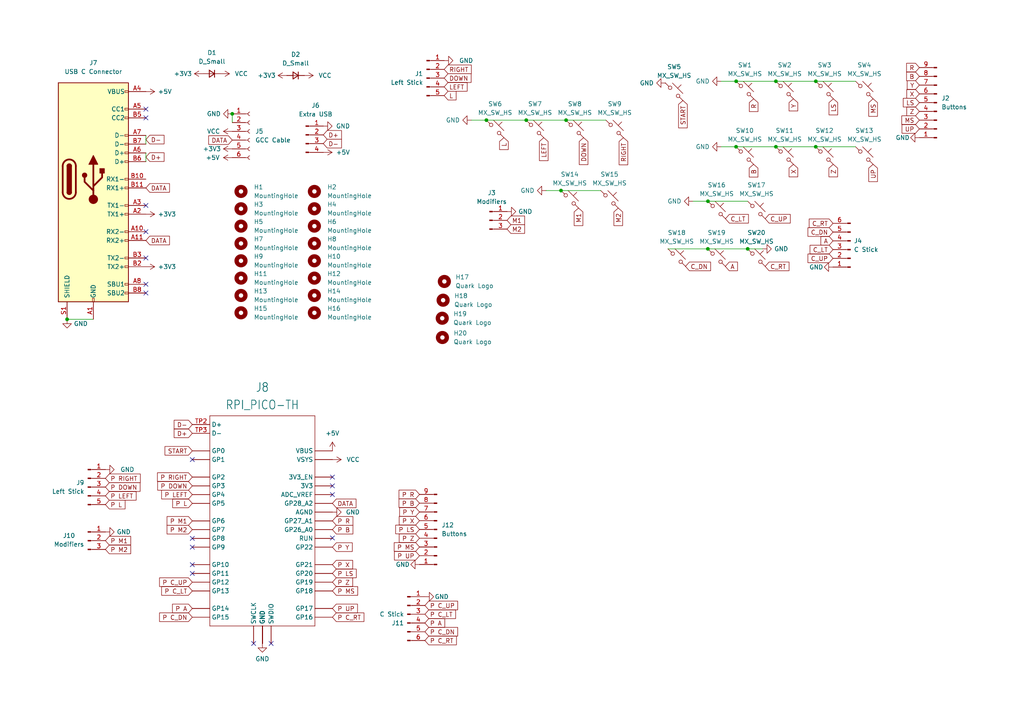
<source format=kicad_sch>
(kicad_sch (version 20230121) (generator eeschema)
  (paper "A4")
  (lib_symbols
    (symbol "Connector:Conn_01x03_Male" (pin_names (offset 1.016) hide)
      (property "Reference" "J" (at 0 5.08 0))
      (property "Value" "Conn_01x03_Male" (at 0 -5.08 0))
      (symbol "Conn_01x03_Male_1_1"
        (polyline (pts (xy 1.27 -2.54) (xy 0.8636 -2.54)) (stroke (width 0.1524)))
        (polyline (pts (xy 1.27 0) (xy 0.8636 0)) (stroke (width 0.1524)))
        (polyline (pts (xy 1.27 2.54) (xy 0.8636 2.54)) (stroke (width 0.1524)))
        (rectangle (start 0.8636 -2.413) (end 0 -2.667) (stroke (width 0.1524)) (fill (type outline)))
        (rectangle (start 0.8636 0.127) (end 0 -0.127) (stroke (width 0.1524)) (fill (type outline)))
        (rectangle (start 0.8636 2.667) (end 0 2.413) (stroke (width 0.1524)) (fill (type outline)))
        (pin passive line (at 5.08 2.54 180) (length 3.81) (name "Pin_1") (number "1"))
        (pin passive line (at 5.08 0 180) (length 3.81) (name "Pin_2") (number "2"))
        (pin passive line (at 5.08 -2.54 180) (length 3.81) (name "Pin_3") (number "3"))
      )
    )
    (symbol "Connector:Conn_01x04_Male" (pin_names (offset 1.016) hide)
      (property "Reference" "J" (at 0 5.08 0))
      (property "Value" "Conn_01x04_Male" (at 0 -7.62 0))
      (symbol "Conn_01x04_Male_1_1"
        (polyline (pts (xy 1.27 -5.08) (xy 0.8636 -5.08)) (stroke (width 0.1524)))
        (polyline (pts (xy 1.27 -2.54) (xy 0.8636 -2.54)) (stroke (width 0.1524)))
        (polyline (pts (xy 1.27 0) (xy 0.8636 0)) (stroke (width 0.1524)))
        (polyline (pts (xy 1.27 2.54) (xy 0.8636 2.54)) (stroke (width 0.1524)))
        (rectangle (start 0.8636 -4.953) (end 0 -5.207) (stroke (width 0.1524)) (fill (type outline)))
        (rectangle (start 0.8636 -2.413) (end 0 -2.667) (stroke (width 0.1524)) (fill (type outline)))
        (rectangle (start 0.8636 0.127) (end 0 -0.127) (stroke (width 0.1524)) (fill (type outline)))
        (rectangle (start 0.8636 2.667) (end 0 2.413) (stroke (width 0.1524)) (fill (type outline)))
        (pin passive line (at 5.08 2.54 180) (length 3.81) (name "Pin_1") (number "1"))
        (pin passive line (at 5.08 0 180) (length 3.81) (name "Pin_2") (number "2"))
        (pin passive line (at 5.08 -2.54 180) (length 3.81) (name "Pin_3") (number "3"))
        (pin passive line (at 5.08 -5.08 180) (length 3.81) (name "Pin_4") (number "4"))
      )
    )
    (symbol "Connector:Conn_01x05_Male" (pin_names (offset 1.016) hide)
      (property "Reference" "J" (at 0 7.62 0))
      (property "Value" "Conn_01x05_Male" (at 0 -7.62 0))
      (symbol "Conn_01x05_Male_1_1"
        (polyline (pts (xy 1.27 -5.08) (xy 0.8636 -5.08)) (stroke (width 0.1524)))
        (polyline (pts (xy 1.27 -2.54) (xy 0.8636 -2.54)) (stroke (width 0.1524)))
        (polyline (pts (xy 1.27 0) (xy 0.8636 0)) (stroke (width 0.1524)))
        (polyline (pts (xy 1.27 2.54) (xy 0.8636 2.54)) (stroke (width 0.1524)))
        (polyline (pts (xy 1.27 5.08) (xy 0.8636 5.08)) (stroke (width 0.1524)))
        (rectangle (start 0.8636 -4.953) (end 0 -5.207) (stroke (width 0.1524)) (fill (type outline)))
        (rectangle (start 0.8636 -2.413) (end 0 -2.667) (stroke (width 0.1524)) (fill (type outline)))
        (rectangle (start 0.8636 0.127) (end 0 -0.127) (stroke (width 0.1524)) (fill (type outline)))
        (rectangle (start 0.8636 2.667) (end 0 2.413) (stroke (width 0.1524)) (fill (type outline)))
        (rectangle (start 0.8636 5.207) (end 0 4.953) (stroke (width 0.1524)) (fill (type outline)))
        (pin passive line (at 5.08 5.08 180) (length 3.81) (name "Pin_1") (number "1"))
        (pin passive line (at 5.08 2.54 180) (length 3.81) (name "Pin_2") (number "2"))
        (pin passive line (at 5.08 0 180) (length 3.81) (name "Pin_3") (number "3"))
        (pin passive line (at 5.08 -2.54 180) (length 3.81) (name "Pin_4") (number "4"))
        (pin passive line (at 5.08 -5.08 180) (length 3.81) (name "Pin_5") (number "5"))
      )
    )
    (symbol "Connector:Conn_01x06_Female" (pin_names (offset 1.016) hide)
      (property "Reference" "J" (at 0 7.62 0))
      (property "Value" "Conn_01x06_Female" (at 0 -10.16 0))
      (symbol "Conn_01x06_Female_1_1"
        (arc (start 0 -7.112) (mid -0.5058 -7.62) (end 0 -8.128) (stroke (width 0.1524)))
        (arc (start 0 -4.572) (mid -0.5058 -5.08) (end 0 -5.588) (stroke (width 0.1524)))
        (arc (start 0 -2.032) (mid -0.5058 -2.54) (end 0 -3.048) (stroke (width 0.1524)))
        (polyline (pts (xy -1.27 -7.62) (xy -0.508 -7.62)) (stroke (width 0.1524)))
        (polyline (pts (xy -1.27 -5.08) (xy -0.508 -5.08)) (stroke (width 0.1524)))
        (polyline (pts (xy -1.27 -2.54) (xy -0.508 -2.54)) (stroke (width 0.1524)))
        (polyline (pts (xy -1.27 0) (xy -0.508 0)) (stroke (width 0.1524)))
        (polyline (pts (xy -1.27 2.54) (xy -0.508 2.54)) (stroke (width 0.1524)))
        (polyline (pts (xy -1.27 5.08) (xy -0.508 5.08)) (stroke (width 0.1524)))
        (arc (start 0 0.508) (mid -0.5058 0) (end 0 -0.508) (stroke (width 0.1524)))
        (arc (start 0 3.048) (mid -0.5058 2.54) (end 0 2.032) (stroke (width 0.1524)))
        (arc (start 0 5.588) (mid -0.5058 5.08) (end 0 4.572) (stroke (width 0.1524)))
        (pin passive line (at -5.08 5.08 0) (length 3.81) (name "Pin_1") (number "1"))
        (pin passive line (at -5.08 2.54 0) (length 3.81) (name "Pin_2") (number "2"))
        (pin passive line (at -5.08 0 0) (length 3.81) (name "Pin_3") (number "3"))
        (pin passive line (at -5.08 -2.54 0) (length 3.81) (name "Pin_4") (number "4"))
        (pin passive line (at -5.08 -5.08 0) (length 3.81) (name "Pin_5") (number "5"))
        (pin passive line (at -5.08 -7.62 0) (length 3.81) (name "Pin_6") (number "6"))
      )
    )
    (symbol "Connector:Conn_01x06_Male" (pin_names (offset 1.016) hide)
      (property "Reference" "J" (at 0 7.62 0))
      (property "Value" "Conn_01x06_Male" (at 0 -10.16 0))
      (symbol "Conn_01x06_Male_1_1"
        (polyline (pts (xy 1.27 -7.62) (xy 0.8636 -7.62)) (stroke (width 0.1524)))
        (polyline (pts (xy 1.27 -5.08) (xy 0.8636 -5.08)) (stroke (width 0.1524)))
        (polyline (pts (xy 1.27 -2.54) (xy 0.8636 -2.54)) (stroke (width 0.1524)))
        (polyline (pts (xy 1.27 0) (xy 0.8636 0)) (stroke (width 0.1524)))
        (polyline (pts (xy 1.27 2.54) (xy 0.8636 2.54)) (stroke (width 0.1524)))
        (polyline (pts (xy 1.27 5.08) (xy 0.8636 5.08)) (stroke (width 0.1524)))
        (rectangle (start 0.8636 -7.493) (end 0 -7.747) (stroke (width 0.1524)) (fill (type outline)))
        (rectangle (start 0.8636 -4.953) (end 0 -5.207) (stroke (width 0.1524)) (fill (type outline)))
        (rectangle (start 0.8636 -2.413) (end 0 -2.667) (stroke (width 0.1524)) (fill (type outline)))
        (rectangle (start 0.8636 0.127) (end 0 -0.127) (stroke (width 0.1524)) (fill (type outline)))
        (rectangle (start 0.8636 2.667) (end 0 2.413) (stroke (width 0.1524)) (fill (type outline)))
        (rectangle (start 0.8636 5.207) (end 0 4.953) (stroke (width 0.1524)) (fill (type outline)))
        (pin passive line (at 5.08 5.08 180) (length 3.81) (name "Pin_1") (number "1"))
        (pin passive line (at 5.08 2.54 180) (length 3.81) (name "Pin_2") (number "2"))
        (pin passive line (at 5.08 0 180) (length 3.81) (name "Pin_3") (number "3"))
        (pin passive line (at 5.08 -2.54 180) (length 3.81) (name "Pin_4") (number "4"))
        (pin passive line (at 5.08 -5.08 180) (length 3.81) (name "Pin_5") (number "5"))
        (pin passive line (at 5.08 -7.62 180) (length 3.81) (name "Pin_6") (number "6"))
      )
    )
    (symbol "Connector:Conn_01x09_Male" (pin_names (offset 1.016) hide)
      (property "Reference" "J" (at 0 12.7 0))
      (property "Value" "Conn_01x09_Male" (at 0 -12.7 0))
      (symbol "Conn_01x09_Male_1_1"
        (polyline (pts (xy 1.27 -10.16) (xy 0.8636 -10.16)) (stroke (width 0.1524)))
        (polyline (pts (xy 1.27 -7.62) (xy 0.8636 -7.62)) (stroke (width 0.1524)))
        (polyline (pts (xy 1.27 -5.08) (xy 0.8636 -5.08)) (stroke (width 0.1524)))
        (polyline (pts (xy 1.27 -2.54) (xy 0.8636 -2.54)) (stroke (width 0.1524)))
        (polyline (pts (xy 1.27 0) (xy 0.8636 0)) (stroke (width 0.1524)))
        (polyline (pts (xy 1.27 2.54) (xy 0.8636 2.54)) (stroke (width 0.1524)))
        (polyline (pts (xy 1.27 5.08) (xy 0.8636 5.08)) (stroke (width 0.1524)))
        (polyline (pts (xy 1.27 7.62) (xy 0.8636 7.62)) (stroke (width 0.1524)))
        (polyline (pts (xy 1.27 10.16) (xy 0.8636 10.16)) (stroke (width 0.1524)))
        (rectangle (start 0.8636 -10.033) (end 0 -10.287) (stroke (width 0.1524)) (fill (type outline)))
        (rectangle (start 0.8636 -7.493) (end 0 -7.747) (stroke (width 0.1524)) (fill (type outline)))
        (rectangle (start 0.8636 -4.953) (end 0 -5.207) (stroke (width 0.1524)) (fill (type outline)))
        (rectangle (start 0.8636 -2.413) (end 0 -2.667) (stroke (width 0.1524)) (fill (type outline)))
        (rectangle (start 0.8636 0.127) (end 0 -0.127) (stroke (width 0.1524)) (fill (type outline)))
        (rectangle (start 0.8636 2.667) (end 0 2.413) (stroke (width 0.1524)) (fill (type outline)))
        (rectangle (start 0.8636 5.207) (end 0 4.953) (stroke (width 0.1524)) (fill (type outline)))
        (rectangle (start 0.8636 7.747) (end 0 7.493) (stroke (width 0.1524)) (fill (type outline)))
        (rectangle (start 0.8636 10.287) (end 0 10.033) (stroke (width 0.1524)) (fill (type outline)))
        (pin passive line (at 5.08 10.16 180) (length 3.81) (name "Pin_1") (number "1"))
        (pin passive line (at 5.08 7.62 180) (length 3.81) (name "Pin_2") (number "2"))
        (pin passive line (at 5.08 5.08 180) (length 3.81) (name "Pin_3") (number "3"))
        (pin passive line (at 5.08 2.54 180) (length 3.81) (name "Pin_4") (number "4"))
        (pin passive line (at 5.08 0 180) (length 3.81) (name "Pin_5") (number "5"))
        (pin passive line (at 5.08 -2.54 180) (length 3.81) (name "Pin_6") (number "6"))
        (pin passive line (at 5.08 -5.08 180) (length 3.81) (name "Pin_7") (number "7"))
        (pin passive line (at 5.08 -7.62 180) (length 3.81) (name "Pin_8") (number "8"))
        (pin passive line (at 5.08 -10.16 180) (length 3.81) (name "Pin_9") (number "9"))
      )
    )
    (symbol "Connector:USB_C_Receptacle" (pin_names (offset 1.016))
      (property "Reference" "J" (at -10.16 29.21 0))
      (property "Value" "USB_C_Receptacle" (at 10.16 29.21 0))
      (symbol "USB_C_Receptacle_0_0"
        (rectangle (start -0.254 -35.56) (end 0.254 -34.544))
        (rectangle (start 10.16 -32.766) (end 9.144 -33.274))
        (rectangle (start 10.16 -30.226) (end 9.144 -30.734))
        (rectangle (start 10.16 -25.146) (end 9.144 -25.654))
        (rectangle (start 10.16 -22.606) (end 9.144 -23.114))
        (rectangle (start 10.16 -17.526) (end 9.144 -18.034))
        (rectangle (start 10.16 -14.986) (end 9.144 -15.494))
        (rectangle (start 10.16 -9.906) (end 9.144 -10.414))
        (rectangle (start 10.16 -7.366) (end 9.144 -7.874))
        (rectangle (start 10.16 -2.286) (end 9.144 -2.794))
        (rectangle (start 10.16 0.254) (end 9.144 -0.254))
        (rectangle (start 10.16 5.334) (end 9.144 4.826))
        (rectangle (start 10.16 7.874) (end 9.144 7.366))
        (rectangle (start 10.16 10.414) (end 9.144 9.906))
        (rectangle (start 10.16 12.954) (end 9.144 12.446))
        (rectangle (start 10.16 18.034) (end 9.144 17.526))
        (rectangle (start 10.16 20.574) (end 9.144 20.066))
        (rectangle (start 10.16 25.654) (end 9.144 25.146))
      )
      (symbol "USB_C_Receptacle_0_1"
        (rectangle (start -10.16 27.94) (end 10.16 -35.56) (stroke (width 0.254)) (fill (type background)))
        (arc (start -8.89 -3.81) (mid -6.985 -5.7067) (end -5.08 -3.81) (stroke (width 0.508)))
        (arc (start -7.62 -3.81) (mid -6.985 -4.4423) (end -6.35 -3.81) (stroke (width 0.254)))
        (arc (start -7.62 -3.81) (mid -6.985 -4.4423) (end -6.35 -3.81) (stroke (width 0.254)) (fill (type outline)))
        (rectangle (start -7.62 -3.81) (end -6.35 3.81) (stroke (width 0.254)) (fill (type outline)))
        (arc (start -6.35 3.81) (mid -6.985 4.4423) (end -7.62 3.81) (stroke (width 0.254)))
        (arc (start -6.35 3.81) (mid -6.985 4.4423) (end -7.62 3.81) (stroke (width 0.254)) (fill (type outline)))
        (arc (start -5.08 3.81) (mid -6.985 5.7067) (end -8.89 3.81) (stroke (width 0.508)))
        (polyline (pts (xy -8.89 -3.81) (xy -8.89 3.81)) (stroke (width 0.508)))
        (polyline (pts (xy -5.08 3.81) (xy -5.08 -3.81)) (stroke (width 0.508)))
      )
      (symbol "USB_C_Receptacle_1_1"
        (circle (center -2.54 1.143) (radius 0.635) (stroke (width 0.254)) (fill (type outline)))
        (circle (center 0 -5.842) (radius 1.27) (fill (type outline)))
        (polyline (pts (xy 0 -5.842) (xy 0 4.318)) (stroke (width 0.508)))
        (polyline (pts (xy 0 -3.302) (xy -2.54 -0.762) (xy -2.54 0.508)) (stroke (width 0.508)))
        (polyline (pts (xy 0 -2.032) (xy 2.54 0.508) (xy 2.54 1.778)) (stroke (width 0.508)))
        (polyline (pts (xy -1.27 4.318) (xy 0 6.858) (xy 1.27 4.318) (xy -1.27 4.318)) (stroke (width 0.254)) (fill (type outline)))
        (rectangle (start 1.905 1.778) (end 3.175 3.048) (stroke (width 0.254)) (fill (type outline)))
        (pin passive line (at 0 -40.64 90) (length 5.08) (name "GND") (number "A1"))
        (pin bidirectional line (at 15.24 -15.24 180) (length 5.08) (name "RX2-") (number "A10"))
        (pin bidirectional line (at 15.24 -17.78 180) (length 5.08) (name "RX2+") (number "A11"))
        (pin passive line (at 0 -40.64 90) (length 5.08) hide (name "GND") (number "A12"))
        (pin bidirectional line (at 15.24 -10.16 180) (length 5.08) (name "TX1+") (number "A2"))
        (pin bidirectional line (at 15.24 -7.62 180) (length 5.08) (name "TX1-") (number "A3"))
        (pin passive line (at 15.24 25.4 180) (length 5.08) (name "VBUS") (number "A4"))
        (pin bidirectional line (at 15.24 20.32 180) (length 5.08) (name "CC1") (number "A5"))
        (pin bidirectional line (at 15.24 7.62 180) (length 5.08) (name "D+") (number "A6"))
        (pin bidirectional line (at 15.24 12.7 180) (length 5.08) (name "D-") (number "A7"))
        (pin bidirectional line (at 15.24 -30.48 180) (length 5.08) (name "SBU1") (number "A8"))
        (pin passive line (at 15.24 25.4 180) (length 5.08) hide (name "VBUS") (number "A9"))
        (pin passive line (at 0 -40.64 90) (length 5.08) hide (name "GND") (number "B1"))
        (pin bidirectional line (at 15.24 0 180) (length 5.08) (name "RX1-") (number "B10"))
        (pin bidirectional line (at 15.24 -2.54 180) (length 5.08) (name "RX1+") (number "B11"))
        (pin passive line (at 0 -40.64 90) (length 5.08) hide (name "GND") (number "B12"))
        (pin bidirectional line (at 15.24 -25.4 180) (length 5.08) (name "TX2+") (number "B2"))
        (pin bidirectional line (at 15.24 -22.86 180) (length 5.08) (name "TX2-") (number "B3"))
        (pin passive line (at 15.24 25.4 180) (length 5.08) hide (name "VBUS") (number "B4"))
        (pin bidirectional line (at 15.24 17.78 180) (length 5.08) (name "CC2") (number "B5"))
        (pin bidirectional line (at 15.24 5.08 180) (length 5.08) (name "D+") (number "B6"))
        (pin bidirectional line (at 15.24 10.16 180) (length 5.08) (name "D-") (number "B7"))
        (pin bidirectional line (at 15.24 -33.02 180) (length 5.08) (name "SBU2") (number "B8"))
        (pin passive line (at 15.24 25.4 180) (length 5.08) hide (name "VBUS") (number "B9"))
        (pin passive line (at -7.62 -40.64 90) (length 5.08) (name "SHIELD") (number "S1"))
      )
    )
    (symbol "Device:D_Small" (pin_numbers hide) (pin_names (offset 0.254) hide)
      (property "Reference" "D" (at -1.27 2.032 0))
      (property "Value" "D_Small" (at -3.81 -2.032 0))
      (symbol "D_Small_0_1"
        (polyline (pts (xy -0.762 -1.016) (xy -0.762 1.016)) (stroke (width 0.254)))
        (polyline (pts (xy -0.762 0) (xy 0.762 0)))
        (polyline (pts (xy 0.762 -1.016) (xy -0.762 0) (xy 0.762 1.016) (xy 0.762 -1.016)) (stroke (width 0.254)))
      )
      (symbol "D_Small_1_1"
        (pin passive line (at -2.54 0 0) (length 1.778) (name "K") (number "1"))
        (pin passive line (at 2.54 0 180) (length 1.778) (name "A") (number "2"))
      )
    )
    (symbol "Mechanical:MountingHole" (pin_names (offset 1.016))
      (property "Reference" "H" (at 0 5.08 0))
      (property "Value" "MountingHole" (at 0 3.175 0))
      (symbol "MountingHole_0_1"
        (circle (center 0 0) (radius 1.27) (stroke (width 1.27)))
      )
    )
    (symbol "marbastlib-mx:MX_SW_HS" (pin_numbers hide) (pin_names (offset 1.016) hide)
      (property "Reference" "SW" (at 3.048 1.016 0))
      (property "Value" "MX_SW_HS" (at 0 -3.81 0))
      (symbol "MX_SW_HS_0_1"
        (circle (center -1.1684 1.1684) (radius 0.508))
        (polyline (pts (xy -0.508 2.54) (xy 2.54 -0.508)))
        (polyline (pts (xy 1.016 1.016) (xy 2.032 2.032)))
        (polyline (pts (xy -2.54 2.54) (xy -1.524 1.524) (xy -1.524 1.524)))
        (polyline (pts (xy 1.524 -1.524) (xy 2.54 -2.54) (xy 2.54 -2.54) (xy 2.54 -2.54)))
        (circle (center 1.143 -1.1938) (radius 0.508))
        (pin passive line (at -2.54 2.54 0) (length 0) (name "1") (number "1"))
        (pin passive line (at 2.54 -2.54 180) (length 0) (name "2") (number "2"))
      )
    )
    (symbol "power:+3V3" (power) (pin_names (offset 0))
      (property "Value" "+3V3" (at 0 3.556 0))
      (symbol "+3V3_0_1"
        (polyline (pts (xy -0.762 1.27) (xy 0 2.54)))
        (polyline (pts (xy 0 0) (xy 0 2.54)))
        (polyline (pts (xy 0 2.54) (xy 0.762 1.27)))
      )
      (symbol "+3V3_1_1"
        (pin power_in line (at 0 0 90) (length 0) hide (name "+3V3") (number "1"))
      )
    )
    (symbol "power:+5V" (power) (pin_names (offset 0))
      (property "Value" "+5V" (at 0 3.556 0))
      (symbol "+5V_0_1"
        (polyline (pts (xy -0.762 1.27) (xy 0 2.54)))
        (polyline (pts (xy 0 0) (xy 0 2.54)))
        (polyline (pts (xy 0 2.54) (xy 0.762 1.27)))
      )
      (symbol "+5V_1_1"
        (pin power_in line (at 0 0 90) (length 0) hide (name "+5V") (number "1"))
      )
    )
    (symbol "power:GND" (power) (pin_names (offset 0))
      (property "Value" "GND" (at 0 -3.81 0))
      (symbol "GND_0_1"
        (polyline (pts (xy 0 0) (xy 0 -1.27) (xy 1.27 -1.27) (xy 0 -2.54) (xy -1.27 -1.27) (xy 0 -1.27)))
      )
      (symbol "GND_1_1"
        (pin power_in line (at 0 0 270) (length 0) hide (name "GND") (number "1"))
      )
    )
    (symbol "power:VCC" (power) (pin_names (offset 0))
      (property "Value" "VCC" (at 0 3.81 0))
      (symbol "VCC_0_1"
        (polyline (pts (xy -0.762 1.27) (xy 0 2.54)))
        (polyline (pts (xy 0 0) (xy 0 2.54)))
        (polyline (pts (xy 0 2.54) (xy 0.762 1.27)))
      )
      (symbol "VCC_1_1"
        (pin power_in line (at 0 0 90) (length 0) hide (name "VCC") (number "1"))
      )
    )
    (symbol "rpi_pico-th:RPI_PICO-TH"
      (property "Reference" "J1" (at 0 30.48 0))
      (property "Value" "RPI_PICO-TH" (at 0 35.56 0))
      (symbol "RPI_PICO-TH_1_0"
        (polyline (pts (xy -15.24 -25.4) (xy 15.24 -25.4)) (stroke (width 0.1524)))
        (polyline (pts (xy -15.24 35.56) (xy -15.24 -25.4)) (stroke (width 0.1524)))
        (polyline (pts (xy 15.24 -25.4) (xy 15.24 35.56)) (stroke (width 0.1524)))
        (polyline (pts (xy 15.24 35.56) (xy -15.24 35.56)) (stroke (width 0.1524)))
        (pin bidirectional line (at 20.32 15.24 180) (length 5.08) (name "3V3") (number "3V3"))
        (pin bidirectional line (at 20.32 17.78 180) (length 5.08) (name "3V3_EN") (number "3V3_EN"))
        (pin bidirectional line (at 20.32 12.7 180) (length 5.08) (name "ADC_VREF") (number "ADC_VREF"))
        (pin bidirectional line (at 20.32 7.62 180) (length 5.08) (name "AGND") (number "AGND"))
        (pin bidirectional line (at 0 -30.48 90) (length 5.08) (name "GND") (number "GND@1"))
        (pin bidirectional line (at 0 -30.48 90) (length 5.08) (name "GND") (number "GND@2"))
        (pin bidirectional line (at 0 -30.48 90) (length 5.08) (name "GND") (number "GND@3"))
        (pin bidirectional line (at 0 -30.48 90) (length 5.08) (name "GND") (number "GND@4"))
        (pin bidirectional line (at 0 -30.48 90) (length 5.08) (name "GND") (number "GND@5"))
        (pin bidirectional line (at 0 -30.48 90) (length 5.08) (name "GND") (number "GND@6"))
        (pin bidirectional line (at 0 -30.48 90) (length 5.08) (name "GND") (number "GND@7"))
        (pin bidirectional line (at 0 -30.48 90) (length 5.08) (name "GND") (number "GND@8"))
        (pin bidirectional line (at -20.32 25.4 0) (length 5.08) (name "GP0") (number "GP0"))
        (pin bidirectional line (at -20.32 22.86 0) (length 5.08) (name "GP1") (number "GP1"))
        (pin bidirectional line (at -20.32 -7.62 0) (length 5.08) (name "GP10") (number "GP10"))
        (pin bidirectional line (at -20.32 -10.16 0) (length 5.08) (name "GP11") (number "GP11"))
        (pin bidirectional line (at -20.32 -12.7 0) (length 5.08) (name "GP12") (number "GP12"))
        (pin bidirectional line (at -20.32 -15.24 0) (length 5.08) (name "GP13") (number "GP13"))
        (pin bidirectional line (at -20.32 -20.32 0) (length 5.08) (name "GP14") (number "GP14"))
        (pin bidirectional line (at -20.32 -22.86 0) (length 5.08) (name "GP15") (number "GP15"))
        (pin bidirectional line (at 20.32 -22.86 180) (length 5.08) (name "GP16") (number "GP16"))
        (pin bidirectional line (at 20.32 -20.32 180) (length 5.08) (name "GP17") (number "GP17"))
        (pin bidirectional line (at 20.32 -15.24 180) (length 5.08) (name "GP18") (number "GP18"))
        (pin bidirectional line (at 20.32 -12.7 180) (length 5.08) (name "GP19") (number "GP19"))
        (pin bidirectional line (at -20.32 17.78 0) (length 5.08) (name "GP2") (number "GP2"))
        (pin bidirectional line (at 20.32 -10.16 180) (length 5.08) (name "GP20") (number "GP20"))
        (pin bidirectional line (at 20.32 -7.62 180) (length 5.08) (name "GP21") (number "GP21"))
        (pin bidirectional line (at 20.32 -2.54 180) (length 5.08) (name "GP22") (number "GP22"))
        (pin bidirectional line (at 20.32 2.54 180) (length 5.08) (name "GP26_A0") (number "GP26_A0"))
        (pin bidirectional line (at 20.32 5.08 180) (length 5.08) (name "GP27_A1") (number "GP27_A1"))
        (pin bidirectional line (at 20.32 10.16 180) (length 5.08) (name "GP28_A2") (number "GP28_A2"))
        (pin bidirectional line (at -20.32 15.24 0) (length 5.08) (name "GP3") (number "GP3"))
        (pin bidirectional line (at -20.32 12.7 0) (length 5.08) (name "GP4") (number "GP4"))
        (pin bidirectional line (at -20.32 10.16 0) (length 5.08) (name "GP5") (number "GP5"))
        (pin bidirectional line (at -20.32 5.08 0) (length 5.08) (name "GP6") (number "GP6"))
        (pin bidirectional line (at -20.32 2.54 0) (length 5.08) (name "GP7") (number "GP7"))
        (pin bidirectional line (at -20.32 0 0) (length 5.08) (name "GP8") (number "GP8"))
        (pin bidirectional line (at -20.32 -2.54 0) (length 5.08) (name "GP9") (number "GP9"))
        (pin bidirectional line (at 20.32 0 180) (length 5.08) (name "RUN") (number "RUN"))
        (pin bidirectional line (at -2.54 -30.48 90) (length 5.08) (name "SWCLK") (number "SWCLK"))
        (pin bidirectional line (at 2.54 -30.48 90) (length 5.08) (name "SWDIO") (number "SWDIO"))
        (pin bidirectional line (at -20.32 33.02 0) (length 5.08) (name "D+") (number "TP2"))
        (pin bidirectional line (at -20.32 30.48 0) (length 5.08) (name "D-") (number "TP3"))
        (pin bidirectional line (at 20.32 25.4 180) (length 5.08) (name "VBUS") (number "VBUS"))
        (pin bidirectional line (at 20.32 22.86 180) (length 5.08) (name "VSYS") (number "VSYS"))
      )
    )
  )
  (junction (at 236.601 42.5704))
  (junction (at 67.3608 33.02))
  (junction (at 19.4564 92.6084))
  (junction (at 236.6264 23.5712))
  (junction (at 162.7124 55.2704))
  (junction (at 141.0716 34.8488))
  (junction (at 213.487 42.5704))
  (junction (at 164.1856 34.8488))
  (junction (at 152.6286 34.8488))
  (junction (at 213.5124 23.5712))
  (junction (at 225.044 23.5712))
  (junction (at 205.3082 72.1868))
  (junction (at 225.044 42.5704))
  (junction (at 216.8652 72.1868))
  (junction (at 205.3336 58.3692))
  (no_connect (at 42.3164 34.1884))
  (no_connect (at 42.3164 31.6484))
  (no_connect (at 42.3164 59.5884))
  (no_connect (at 42.3164 67.2084))
  (no_connect (at 42.3164 74.8284))
  (no_connect (at 42.3164 82.4484))
  (no_connect (at 42.3164 84.9884))
  (no_connect (at 96.4184 143.4592))
  (no_connect (at 55.7784 163.7792))
  (no_connect (at 55.7784 166.3192))
  (no_connect (at 96.4184 140.9192))
  (no_connect (at 96.4184 138.3792))
  (no_connect (at 96.4184 156.0318))
  (no_connect (at 78.6384 186.6392))
  (no_connect (at 73.5584 186.6392))
  (no_connect (at 55.7784 156.1592))
  (no_connect (at 55.7784 158.6992))
  (no_connect (at 55.7784 133.2992))
  (wire (pts (xy 205.3336 58.3692) (xy 216.8652 58.3692)))
  (wire (pts (xy 152.6286 34.8488) (xy 164.1856 34.8488)))
  (wire (pts (xy 213.5124 23.5712) (xy 225.044 23.5712)))
  (wire (pts (xy 221.1832 72.1868) (xy 216.8652 72.1868)))
  (wire (pts (xy 193.7512 72.1868) (xy 205.3082 72.1868)))
  (wire (pts (xy 158.3944 55.2704) (xy 162.7124 55.2704)))
  (wire (pts (xy 205.3082 72.1868) (xy 216.8652 72.1868)))
  (wire (pts (xy 236.6264 23.5712) (xy 248.158 23.5712)))
  (wire (pts (xy 225.044 23.5712) (xy 236.6264 23.5712)))
  (wire (pts (xy 225.044 42.5704) (xy 236.601 42.5704)))
  (wire (pts (xy 236.601 42.5704) (xy 248.158 42.5704)))
  (wire (pts (xy 42.3164 44.3484) (xy 42.3164 46.8884)))
  (wire (pts (xy 213.487 42.5704) (xy 225.044 42.5704)))
  (wire (pts (xy 141.0716 34.8488) (xy 152.6286 34.8488)))
  (wire (pts (xy 67.3608 33.02) (xy 67.3608 35.56)))
  (wire (pts (xy 42.3164 39.2684) (xy 42.3164 41.8084)))
  (wire (pts (xy 19.4564 92.6084) (xy 27.0764 92.6084)))
  (wire (pts (xy 162.7124 55.2704) (xy 174.244 55.2704)))
  (wire (pts (xy 209.1944 42.5704) (xy 213.487 42.5704)))
  (wire (pts (xy 164.1856 34.8488) (xy 175.7426 34.8488)))
  (wire (pts (xy 201.0156 58.3692) (xy 205.3336 58.3692)))
  (wire (pts (xy 209.1944 23.5712) (xy 213.5124 23.5712)))
  (wire (pts (xy 136.7536 34.8488) (xy 141.0716 34.8488)))
  (global_label "START" (shape input) (at 55.7784 130.7592 180) (property "Intersheetrefs" "${INTERSHEET_REFS}" (effects hide)))
  (global_label "RIGHT" (shape input) (at 180.8226 39.9288 270) (property "Intersheetrefs" "${INTERSHEET_REFS}" (effects hide)))
  (global_label "P M1" (shape input) (at 30.5816 156.8196 0) (property "Intersheetrefs" "${INTERSHEET_REFS}" (effects hide)))
  (global_label "Y" (shape input) (at 266.6492 24.6888 180) (property "Intersheetrefs" "${INTERSHEET_REFS}" (effects hide)))
  (global_label "D+" (shape input) (at 55.7784 125.6792 180) (property "Intersheetrefs" "${INTERSHEET_REFS}" (effects hide)))
  (global_label "L" (shape input) (at 128.8288 27.7368 0) (property "Intersheetrefs" "${INTERSHEET_REFS}" (effects hide)))
  (global_label "C_UP" (shape input) (at 241.6048 74.93 180) (property "Intersheetrefs" "${INTERSHEET_REFS}" (effects hide)))
  (global_label "P M2" (shape input) (at 30.5816 159.3596 0) (property "Intersheetrefs" "${INTERSHEET_REFS}" (effects hide)))
  (global_label "P R" (shape input) (at 121.666 143.4084 180) (property "Intersheetrefs" "${INTERSHEET_REFS}" (effects hide)))
  (global_label "P C_UP" (shape input) (at 123.2408 175.6156 0) (property "Intersheetrefs" "${INTERSHEET_REFS}" (effects hide)))
  (global_label "P C_LT" (shape input) (at 123.2408 178.1556 0) (property "Intersheetrefs" "${INTERSHEET_REFS}" (effects hide)))
  (global_label "P RIGHT" (shape input) (at 55.7784 138.3792 180) (property "Intersheetrefs" "${INTERSHEET_REFS}" (effects hide)))
  (global_label "M2" (shape input) (at 179.324 60.3504 270) (property "Intersheetrefs" "${INTERSHEET_REFS}" (effects hide)))
  (global_label "P A" (shape input) (at 123.2408 180.6956 0) (property "Intersheetrefs" "${INTERSHEET_REFS}" (effects hide)))
  (global_label "C_RT" (shape input) (at 221.9452 77.2668 0) (property "Intersheetrefs" "${INTERSHEET_REFS}" (effects hide)))
  (global_label "LEFT" (shape input) (at 128.8288 25.1968 0) (property "Intersheetrefs" "${INTERSHEET_REFS}" (effects hide)))
  (global_label "DATA" (shape input) (at 42.3164 54.5084 0) (property "Intersheetrefs" "${INTERSHEET_REFS}" (effects hide)))
  (global_label "C_DN" (shape input) (at 241.6048 67.31 180) (property "Intersheetrefs" "${INTERSHEET_REFS}" (effects hide)))
  (global_label "P M2" (shape input) (at 55.7784 153.6192 180) (property "Intersheetrefs" "${INTERSHEET_REFS}" (effects hide)))
  (global_label "B" (shape input) (at 266.6492 22.1488 180) (property "Intersheetrefs" "${INTERSHEET_REFS}" (effects hide)))
  (global_label "DOWN" (shape input) (at 169.2656 39.9288 270) (property "Intersheetrefs" "${INTERSHEET_REFS}" (effects hide)))
  (global_label "P L" (shape input) (at 55.7784 145.9992 180) (property "Intersheetrefs" "${INTERSHEET_REFS}" (effects hide)))
  (global_label "P Y" (shape input) (at 96.4184 158.6992 0) (property "Intersheetrefs" "${INTERSHEET_REFS}" (effects hide)))
  (global_label "P DOWN" (shape input) (at 30.5816 141.2748 0) (property "Intersheetrefs" "${INTERSHEET_REFS}" (effects hide)))
  (global_label "M1" (shape input) (at 147.066 63.9064 0) (property "Intersheetrefs" "${INTERSHEET_REFS}" (effects hide)))
  (global_label "DATA" (shape input) (at 42.3164 69.7484 0) (property "Intersheetrefs" "${INTERSHEET_REFS}" (effects hide)))
  (global_label "X" (shape input) (at 266.6492 27.2288 180) (property "Intersheetrefs" "${INTERSHEET_REFS}" (effects hide)))
  (global_label "P C_RT" (shape input) (at 123.2408 185.7756 0) (property "Intersheetrefs" "${INTERSHEET_REFS}" (effects hide)))
  (global_label "D+" (shape input) (at 42.3164 45.5676 0) (property "Intersheetrefs" "${INTERSHEET_REFS}" (effects hide)))
  (global_label "A" (shape input) (at 241.6048 69.85 180) (property "Intersheetrefs" "${INTERSHEET_REFS}" (effects hide)))
  (global_label "D-" (shape input) (at 93.7768 41.656 0) (property "Intersheetrefs" "${INTERSHEET_REFS}" (effects hide)))
  (global_label "P C_DN" (shape input) (at 123.2408 183.2356 0) (property "Intersheetrefs" "${INTERSHEET_REFS}" (effects hide)))
  (global_label "L" (shape input) (at 146.1516 39.9288 270) (property "Intersheetrefs" "${INTERSHEET_REFS}" (effects hide)))
  (global_label "P C_DN" (shape input) (at 55.7784 179.0192 180) (property "Intersheetrefs" "${INTERSHEET_REFS}" (effects hide)))
  (global_label "P R" (shape input) (at 96.4184 151.0792 0) (property "Intersheetrefs" "${INTERSHEET_REFS}" (effects hide)))
  (global_label "M2" (shape input) (at 147.066 66.4464 0) (property "Intersheetrefs" "${INTERSHEET_REFS}" (effects hide)))
  (global_label "P Z" (shape input) (at 96.4184 168.8592 0) (property "Intersheetrefs" "${INTERSHEET_REFS}" (effects hide)))
  (global_label "LS" (shape input) (at 241.7064 28.6512 270) (property "Intersheetrefs" "${INTERSHEET_REFS}" (effects hide)))
  (global_label "P UP" (shape input) (at 121.666 161.1884 180) (property "Intersheetrefs" "${INTERSHEET_REFS}" (effects hide)))
  (global_label "P X" (shape input) (at 96.4184 163.7792 0) (property "Intersheetrefs" "${INTERSHEET_REFS}" (effects hide)))
  (global_label "P A" (shape input) (at 55.7784 176.4792 180) (property "Intersheetrefs" "${INTERSHEET_REFS}" (effects hide)))
  (global_label "LEFT" (shape input) (at 157.7086 39.9288 270) (property "Intersheetrefs" "${INTERSHEET_REFS}" (effects hide)))
  (global_label "C_RT" (shape input) (at 241.6048 64.77 180) (property "Intersheetrefs" "${INTERSHEET_REFS}" (effects hide)))
  (global_label "P LS" (shape input) (at 96.4184 166.3192 0) (property "Intersheetrefs" "${INTERSHEET_REFS}" (effects hide)))
  (global_label "A" (shape input) (at 210.3882 77.2668 0) (property "Intersheetrefs" "${INTERSHEET_REFS}" (effects hide)))
  (global_label "START" (shape input) (at 198.0692 29.1592 270) (property "Intersheetrefs" "${INTERSHEET_REFS}" (effects hide)))
  (global_label "Y" (shape input) (at 230.124 28.6512 270) (property "Intersheetrefs" "${INTERSHEET_REFS}" (effects hide)))
  (global_label "D-" (shape input) (at 55.7784 123.1392 180) (property "Intersheetrefs" "${INTERSHEET_REFS}" (effects hide)))
  (global_label "C_LT" (shape input) (at 241.6048 72.39 180) (property "Intersheetrefs" "${INTERSHEET_REFS}" (effects hide)))
  (global_label "P DOWN" (shape input) (at 55.7784 140.9192 180) (property "Intersheetrefs" "${INTERSHEET_REFS}" (effects hide)))
  (global_label "P Y" (shape input) (at 121.666 148.4884 180) (property "Intersheetrefs" "${INTERSHEET_REFS}" (effects hide)))
  (global_label "P LEFT" (shape input) (at 55.7784 143.4592 180) (property "Intersheetrefs" "${INTERSHEET_REFS}" (effects hide)))
  (global_label "P LS" (shape input) (at 121.666 153.5684 180) (property "Intersheetrefs" "${INTERSHEET_REFS}" (effects hide)))
  (global_label "D-" (shape input) (at 42.3164 40.4876 0) (property "Intersheetrefs" "${INTERSHEET_REFS}" (effects hide)))
  (global_label "C_LT" (shape input) (at 210.4136 63.4492 0) (property "Intersheetrefs" "${INTERSHEET_REFS}" (effects hide)))
  (global_label "R" (shape input) (at 266.6492 19.6088 180) (property "Intersheetrefs" "${INTERSHEET_REFS}" (effects hide)))
  (global_label "P UP" (shape input) (at 96.4184 176.4792 0) (property "Intersheetrefs" "${INTERSHEET_REFS}" (effects hide)))
  (global_label "X" (shape input) (at 230.124 47.6504 270) (property "Intersheetrefs" "${INTERSHEET_REFS}" (effects hide)))
  (global_label "P MS" (shape input) (at 121.666 158.6484 180) (property "Intersheetrefs" "${INTERSHEET_REFS}" (effects hide)))
  (global_label "P C_LT" (shape input) (at 55.7784 171.3992 180) (property "Intersheetrefs" "${INTERSHEET_REFS}" (effects hide)))
  (global_label "Z" (shape input) (at 241.681 47.6504 270) (property "Intersheetrefs" "${INTERSHEET_REFS}" (effects hide)))
  (global_label "RIGHT" (shape input) (at 128.8288 20.1168 0) (property "Intersheetrefs" "${INTERSHEET_REFS}" (effects hide)))
  (global_label "DATA" (shape input) (at 67.3608 40.64 180) (property "Intersheetrefs" "${INTERSHEET_REFS}" (effects hide)))
  (global_label "UP" (shape input) (at 266.6492 37.3888 180) (property "Intersheetrefs" "${INTERSHEET_REFS}" (effects hide)))
  (global_label "R" (shape input) (at 218.5924 28.6512 270) (property "Intersheetrefs" "${INTERSHEET_REFS}" (effects hide)))
  (global_label "P L" (shape input) (at 30.5816 146.3548 0) (property "Intersheetrefs" "${INTERSHEET_REFS}" (effects hide)))
  (global_label "MS" (shape input) (at 266.6492 34.8488 180) (property "Intersheetrefs" "${INTERSHEET_REFS}" (effects hide)))
  (global_label "P RIGHT" (shape input) (at 30.5816 138.7348 0) (property "Intersheetrefs" "${INTERSHEET_REFS}" (effects hide)))
  (global_label "DATA" (shape input) (at 96.4184 145.9992 0) (property "Intersheetrefs" "${INTERSHEET_REFS}" (effects hide)))
  (global_label "C_DN" (shape input) (at 198.8312 77.2668 0) (property "Intersheetrefs" "${INTERSHEET_REFS}" (effects hide)))
  (global_label "Z" (shape input) (at 266.6492 32.3088 180) (property "Intersheetrefs" "${INTERSHEET_REFS}" (effects hide)))
  (global_label "P C_RT" (shape input) (at 96.4184 179.0192 0) (property "Intersheetrefs" "${INTERSHEET_REFS}" (effects hide)))
  (global_label "P X" (shape input) (at 121.666 151.0284 180) (property "Intersheetrefs" "${INTERSHEET_REFS}" (effects hide)))
  (global_label "P Z" (shape input) (at 121.666 156.1084 180) (property "Intersheetrefs" "${INTERSHEET_REFS}" (effects hide)))
  (global_label "P MS" (shape input) (at 96.4184 171.3992 0) (property "Intersheetrefs" "${INTERSHEET_REFS}" (effects hide)))
  (global_label "P M1" (shape input) (at 55.7784 151.0792 180) (property "Intersheetrefs" "${INTERSHEET_REFS}" (effects hide)))
  (global_label "P LEFT" (shape input) (at 30.5816 143.8148 0) (property "Intersheetrefs" "${INTERSHEET_REFS}" (effects hide)))
  (global_label "M1" (shape input) (at 167.7924 60.3504 270) (property "Intersheetrefs" "${INTERSHEET_REFS}" (effects hide)))
  (global_label "LS" (shape input) (at 266.6492 29.7688 180) (property "Intersheetrefs" "${INTERSHEET_REFS}" (effects hide)))
  (global_label "MS" (shape input) (at 253.238 28.6512 270) (property "Intersheetrefs" "${INTERSHEET_REFS}" (effects hide)))
  (global_label "P C_UP" (shape input) (at 55.7784 168.8592 180) (property "Intersheetrefs" "${INTERSHEET_REFS}" (effects hide)))
  (global_label "P B" (shape input) (at 121.666 145.9484 180) (property "Intersheetrefs" "${INTERSHEET_REFS}" (effects hide)))
  (global_label "DOWN" (shape input) (at 128.8288 22.6568 0) (property "Intersheetrefs" "${INTERSHEET_REFS}" (effects hide)))
  (global_label "P B" (shape input) (at 96.4184 153.6192 0) (property "Intersheetrefs" "${INTERSHEET_REFS}" (effects hide)))
  (global_label "C_UP" (shape input) (at 221.9452 63.4492 0) (property "Intersheetrefs" "${INTERSHEET_REFS}" (effects hide)))
  (global_label "B" (shape input) (at 218.567 47.6504 270) (property "Intersheetrefs" "${INTERSHEET_REFS}" (effects hide)))
  (global_label "UP" (shape input) (at 253.238 47.6504 270) (property "Intersheetrefs" "${INTERSHEET_REFS}" (effects hide)))
  (global_label "D+" (shape input) (at 93.7768 39.116 0) (property "Intersheetrefs" "${INTERSHEET_REFS}" (effects hide)))
  (symbol (lib_id "Device:D_Small") (at 61.468 21.3868 180) (unit 1)
    (property "Reference" "D1" (at 61.468 15.2908 0))
    (property "Value" "D_Small" (at 61.468 17.8308 0))
    (property "Footprint" "Diode_THT:D_DO-41_SOD81_P10.16mm_Horizontal" (effects hide))
  )
  (symbol (lib_id "power:GND") (at 147.066 61.3664 90) (unit 1)
    (property "Reference" "#PWR028" (effects hide))
    (property "Value" "GND" (at 150.3172 61.3663 90) (effects (justify right)))
  )
  (symbol (lib_id "power:+3V3") (at 42.3164 77.3684 270) (unit 1)
    (property "Reference" "#PWR024" (effects hide))
    (property "Value" "+3V3" (at 45.7708 77.3683 90) (effects (justify left)))
  )
  (symbol (lib_id "power:GND") (at 76.0984 186.6392 0) (unit 1)
    (property "Reference" "#PWR026" (effects hide))
    (property "Value" "GND" (at 76.0984 191.1096 0))
  )
  (symbol (lib_id "marbastlib-mx:MX_SW_HS") (at 219.4052 74.7268 0) (unit 1)
    (property "Reference" "SW20" (at 219.4052 67.4878 0))
    (property "Value" "MX_SW_HS" (at 219.4052 70.0278 0))
    (property "Footprint" "marbastlib-mx:SW_MX_HS_1u" (effects hide))
  )
  (symbol (lib_id "power:+3V3") (at 42.3164 62.1284 270) (unit 1)
    (property "Reference" "#PWR023" (effects hide))
    (property "Value" "+3V3" (at 45.7708 62.1283 90) (effects (justify left)))
  )
  (symbol (lib_id "Mechanical:MountingHole") (at 69.9008 65.5828 0) (unit 1)
    (property "Reference" "H5" (at 73.6092 64.3127 0) (effects (justify left)))
    (property "Value" "MountingHole" (at 73.6092 66.8527 0) (effects (justify left)))
    (property "Footprint" "MountingHole:MountingHole_2.2mm_M2_DIN965" (effects hide))
  )
  (symbol (lib_id "marbastlib-mx:MX_SW_HS") (at 176.784 57.8104 0) (unit 1)
    (property "Reference" "SW15" (at 176.784 50.5714 0))
    (property "Value" "MX_SW_HS" (at 176.784 53.1114 0))
    (property "Footprint" "marbastlib-mx:SW_MX_HS_1u" (effects hide))
  )
  (symbol (lib_id "Mechanical:MountingHole") (at 91.186 90.7288 0) (unit 1)
    (property "Reference" "H16" (at 94.8944 89.4587 0) (effects (justify left)))
    (property "Value" "MountingHole" (at 94.8944 91.9987 0) (effects (justify left)))
    (property "Footprint" "MountingHole:MountingHole_2.2mm_M2_DIN965" (effects hide))
  )
  (symbol (lib_id "Mechanical:MountingHole") (at 128.27 92.3036 0) (unit 1)
    (property "Reference" "H19" (at 131.4704 91.0335 0) (effects (justify left)))
    (property "Value" "Quark Logo" (at 131.4704 93.5735 0) (effects (justify left)))
    (property "Footprint" "qw-v-logo:qw new logo silk + copper md" (effects hide))
  )
  (symbol (lib_id "Mechanical:MountingHole") (at 128.524 87.0712 0) (unit 1)
    (property "Reference" "H18" (at 131.7244 85.8011 0) (effects (justify left)))
    (property "Value" "Quark Logo" (at 131.7244 88.3411 0) (effects (justify left)))
    (property "Footprint" "qw-v-logo:qw new logo silk + copper md" (effects hide))
  )
  (symbol (lib_id "power:GND") (at 93.7768 36.576 90) (unit 1)
    (property "Reference" "#PWR012" (effects hide))
    (property "Value" "GND" (at 97.4344 36.5759 90) (effects (justify right)))
  )
  (symbol (lib_id "Connector:Conn_01x06_Male") (at 246.6848 72.39 180) (unit 1)
    (property "Reference" "J4" (at 247.65 69.8499 0) (effects (justify right)))
    (property "Value" "C Stick" (at 247.65 72.3899 0) (effects (justify right)))
    (property "Footprint" "Connector_PinHeader_2.54mm:PinHeader_1x06_P2.54mm_Vertical" (effects hide))
  )
  (symbol (lib_id "power:GND") (at 30.5816 136.1948 90) (unit 1)
    (property "Reference" "#PWR027" (effects hide))
    (property "Value" "GND" (at 34.8996 136.1947 90) (effects (justify right)))
  )
  (symbol (lib_id "marbastlib-mx:MX_SW_HS") (at 166.7256 37.3888 0) (unit 1)
    (property "Reference" "SW8" (at 166.7256 30.1498 0))
    (property "Value" "MX_SW_HS" (at 166.7256 32.6898 0))
    (property "Footprint" "marbastlib-mx:SW_MX_HS_1u" (effects hide))
  )
  (symbol (lib_id "Mechanical:MountingHole") (at 69.9008 60.5536 0) (unit 1)
    (property "Reference" "H3" (at 73.6092 59.2835 0) (effects (justify left)))
    (property "Value" "MountingHole" (at 73.6092 61.8235 0) (effects (justify left)))
    (property "Footprint" "MountingHole:MountingHole_2.2mm_M2_DIN965" (effects hide))
  )
  (symbol (lib_id "Connector:Conn_01x03_Male") (at 25.5016 156.8196 0) (unit 1)
    (property "Reference" "J10" (at 20.0152 155.3464 0))
    (property "Value" "Modifiers" (at 20.0152 157.8864 0))
    (property "Footprint" "Connector_PinHeader_2.54mm:PinHeader_1x03_P2.54mm_Vertical" (effects hide))
  )
  (symbol (lib_id "Connector:Conn_01x06_Female") (at 72.4408 38.1 0) (unit 1)
    (property "Reference" "J5" (at 74.0156 38.0999 0) (effects (justify left)))
    (property "Value" "GCC Cable" (at 74.0156 40.6399 0) (effects (justify left)))
    (property "Footprint" "Connector_PinHeader_2.54mm:PinHeader_1x06_P2.54mm_Vertical" (effects hide))
  )
  (symbol (lib_id "marbastlib-mx:MX_SW_HS") (at 155.1686 37.3888 0) (unit 1)
    (property "Reference" "SW7" (at 155.1686 30.1498 0))
    (property "Value" "MX_SW_HS" (at 155.1686 32.6898 0))
    (property "Footprint" "marbastlib-mx:SW_MX_HS_1u" (effects hide))
  )
  (symbol (lib_id "rpi_pico-th:RPI_PICO-TH") (at 76.0984 156.1592 0) (unit 1)
    (property "Reference" "J8" (at 76.0984 112.3442 0) (effects (font (size 2.54 2.159))))
    (property "Value" "RPI_PICO-TH" (at 76.0984 117.4242 0) (effects (font (size 2.54 2.159))))
    (property "Footprint" "OF1PI:RPI_PICO_TH" (effects hide))
  )
  (symbol (lib_id "Mechanical:MountingHole") (at 69.9008 80.6704 0) (unit 1)
    (property "Reference" "H11" (at 73.6092 79.4003 0) (effects (justify left)))
    (property "Value" "MountingHole" (at 73.6092 81.9403 0) (effects (justify left)))
    (property "Footprint" "MountingHole:MountingHole_2.2mm_M2_DIN965" (effects hide))
  )
  (symbol (lib_id "power:GND") (at 158.3944 55.2704 270) (unit 1)
    (property "Reference" "#PWR06" (effects hide))
    (property "Value" "GND" (at 155.0416 55.2703 90) (effects (justify right)))
  )
  (symbol (lib_id "marbastlib-mx:MX_SW_HS") (at 239.141 45.1104 0) (unit 1)
    (property "Reference" "SW12" (at 239.141 37.8714 0))
    (property "Value" "MX_SW_HS" (at 239.141 40.4114 0))
    (property "Footprint" "marbastlib-mx:SW_MX_HS_1u" (effects hide))
  )
  (symbol (lib_id "marbastlib-mx:MX_SW_HS") (at 216.027 45.1104 0) (unit 1)
    (property "Reference" "SW10" (at 216.027 37.8714 0))
    (property "Value" "MX_SW_HS" (at 216.027 40.4114 0))
    (property "Footprint" "marbastlib-mx:SW_MX_HS_1u" (effects hide))
  )
  (symbol (lib_id "Mechanical:MountingHole") (at 91.186 55.5244 0) (unit 1)
    (property "Reference" "H2" (at 94.8944 54.2543 0) (effects (justify left)))
    (property "Value" "MountingHole" (at 94.8944 56.7943 0) (effects (justify left)))
    (property "Footprint" "MountingHole:MountingHole_2.2mm_M2_DIN965" (effects hide))
  )
  (symbol (lib_id "marbastlib-mx:MX_SW_HS") (at 227.584 26.1112 0) (unit 1)
    (property "Reference" "SW2" (at 227.584 18.8722 0))
    (property "Value" "MX_SW_HS" (at 227.584 21.4122 0))
    (property "Footprint" "marbastlib-mx:SW_MX_HS_1u" (effects hide))
  )
  (symbol (lib_id "power:VCC") (at 67.3608 38.1 90) (unit 1)
    (property "Reference" "#PWR013" (effects hide))
    (property "Value" "VCC" (at 63.8556 38.0999 90) (effects (justify left)))
  )
  (symbol (lib_id "Mechanical:MountingHole") (at 69.9008 70.612 0) (unit 1)
    (property "Reference" "H7" (at 73.6092 69.3419 0) (effects (justify left)))
    (property "Value" "MountingHole" (at 73.6092 71.8819 0) (effects (justify left)))
    (property "Footprint" "MountingHole:MountingHole_2.2mm_M2_DIN965" (effects hide))
  )
  (symbol (lib_id "marbastlib-mx:MX_SW_HS") (at 143.6116 37.3888 0) (unit 1)
    (property "Reference" "SW6" (at 143.6116 30.1498 0))
    (property "Value" "MX_SW_HS" (at 143.6116 32.6898 0))
    (property "Footprint" "marbastlib-mx:SW_MX_HS_1u" (effects hide))
  )
  (symbol (lib_id "power:GND") (at 209.1944 42.5704 270) (unit 1)
    (property "Reference" "#PWR05" (effects hide))
    (property "Value" "GND" (at 205.8416 42.5703 90) (effects (justify right)))
  )
  (symbol (lib_id "Mechanical:MountingHole") (at 91.186 65.5828 0) (unit 1)
    (property "Reference" "H6" (at 94.8944 64.3127 0) (effects (justify left)))
    (property "Value" "MountingHole" (at 94.8944 66.8527 0) (effects (justify left)))
    (property "Footprint" "MountingHole:MountingHole_2.2mm_M2_DIN965" (effects hide))
  )
  (symbol (lib_id "marbastlib-mx:MX_SW_HS") (at 227.584 45.1104 0) (unit 1)
    (property "Reference" "SW11" (at 227.584 37.8714 0))
    (property "Value" "MX_SW_HS" (at 227.584 40.4114 0))
    (property "Footprint" "marbastlib-mx:SW_MX_HS_1u" (effects hide))
  )
  (symbol (lib_id "Connector:Conn_01x03_Male") (at 141.986 63.9064 0) (unit 1)
    (property "Reference" "J3" (at 142.621 55.9308 0))
    (property "Value" "Modifiers" (at 142.621 58.4708 0))
    (property "Footprint" "Connector_PinHeader_2.54mm:PinHeader_1x03_P2.54mm_Vertical" (effects hide))
  )
  (symbol (lib_id "Mechanical:MountingHole") (at 91.186 80.6704 0) (unit 1)
    (property "Reference" "H12" (at 94.8944 79.4003 0) (effects (justify left)))
    (property "Value" "MountingHole" (at 94.8944 81.9403 0) (effects (justify left)))
    (property "Footprint" "MountingHole:MountingHole_2.2mm_M2_DIN965" (effects hide))
  )
  (symbol (lib_id "Mechanical:MountingHole") (at 69.9008 85.6996 0) (unit 1)
    (property "Reference" "H13" (at 73.6092 84.4295 0) (effects (justify left)))
    (property "Value" "MountingHole" (at 73.6092 86.9695 0) (effects (justify left)))
    (property "Footprint" "MountingHole:MountingHole_2.2mm_M2_DIN965" (effects hide))
  )
  (symbol (lib_id "Mechanical:MountingHole") (at 91.186 60.5536 0) (unit 1)
    (property "Reference" "H4" (at 94.8944 59.2835 0) (effects (justify left)))
    (property "Value" "MountingHole" (at 94.8944 61.8235 0) (effects (justify left)))
    (property "Footprint" "MountingHole:MountingHole_2.2mm_M2_DIN965" (effects hide))
  )
  (symbol (lib_id "power:+5V") (at 42.3164 26.5684 270) (unit 1)
    (property "Reference" "#PWR014" (effects hide))
    (property "Value" "+5V" (at 45.7708 26.5683 90) (effects (justify left)))
  )
  (symbol (lib_id "marbastlib-mx:MX_SW_HS") (at 239.1664 26.1112 0) (unit 1)
    (property "Reference" "SW3" (at 239.1664 18.8722 0))
    (property "Value" "MX_SW_HS" (at 239.1664 21.4122 0))
    (property "Footprint" "marbastlib-mx:SW_MX_HS_1u" (effects hide))
  )
  (symbol (lib_id "power:VCC") (at 96.4184 133.2992 270) (unit 1)
    (property "Reference" "#PWR021" (effects hide))
    (property "Value" "VCC" (at 100.4824 133.2991 90) (effects (justify left)))
  )
  (symbol (lib_id "Device:D_Small") (at 85.7504 21.8948 180) (unit 1)
    (property "Reference" "D2" (at 85.7504 15.7988 0))
    (property "Value" "D_Small" (at 85.7504 18.3388 0))
    (property "Footprint" "Diode_SMD:D_0805_2012Metric" (effects hide))
  )
  (symbol (lib_id "power:GND") (at 123.2408 173.0756 90) (unit 1)
    (property "Reference" "#PWR030" (effects hide))
    (property "Value" "GND" (at 130.1496 173.0756 90) (effects (justify left)))
  )
  (symbol (lib_id "power:+5V") (at 93.7768 44.196 270) (unit 1)
    (property "Reference" "#PWR018" (effects hide))
    (property "Value" "+5V" (at 97.4344 44.1959 90) (effects (justify left)))
  )
  (symbol (lib_id "power:GND") (at 209.1944 23.5712 270) (unit 1)
    (property "Reference" "#PWR02" (effects hide))
    (property "Value" "GND" (at 205.8416 23.5711 90) (effects (justify right)))
  )
  (symbol (lib_id "marbastlib-mx:MX_SW_HS") (at 216.0524 26.1112 0) (unit 1)
    (property "Reference" "SW1" (at 216.0524 18.8722 0))
    (property "Value" "MX_SW_HS" (at 216.0524 21.4122 0))
    (property "Footprint" "marbastlib-mx:SW_MX_HS_1u" (effects hide))
  )
  (symbol (lib_id "power:+3V3") (at 83.2104 21.8948 90) (unit 1)
    (property "Reference" "#PWR016" (effects hide))
    (property "Value" "+3V3" (at 74.676 21.8948 90) (effects (justify right)))
  )
  (symbol (lib_id "Mechanical:MountingHole") (at 69.9008 55.5244 0) (unit 1)
    (property "Reference" "H1" (at 73.6092 54.2543 0) (effects (justify left)))
    (property "Value" "MountingHole" (at 73.6092 56.7943 0) (effects (justify left)))
    (property "Footprint" "MountingHole:MountingHole_2.2mm_M2_DIN965" (effects hide))
  )
  (symbol (lib_id "Connector:USB_C_Receptacle") (at 27.0764 51.9684 0) (unit 1)
    (property "Reference" "J7" (at 27.0764 18.2372 0))
    (property "Value" "USB C Connector" (at 27.0764 20.7772 0))
    (property "Footprint" "qw-footprints:TYPE-C_24P_QCHT" (effects hide))
    (property "Datasheet" "https://www.usb.org/sites/default/files/documents/usb_type-c.zip" (effects hide))
  )
  (symbol (lib_id "power:+3V3") (at 67.3608 43.18 90) (unit 1)
    (property "Reference" "#PWR015" (effects hide))
    (property "Value" "+3V3" (at 64.1096 43.1799 90) (effects (justify left)))
  )
  (symbol (lib_id "Connector:Conn_01x09_Male") (at 271.7292 29.7688 180) (unit 1)
    (property "Reference" "J2" (at 273.05 28.4987 0) (effects (justify right)))
    (property "Value" "Buttons" (at 273.05 31.0387 0) (effects (justify right)))
    (property "Footprint" "Connector_PinHeader_2.54mm:PinHeader_1x09_P2.54mm_Vertical" (effects hide))
  )
  (symbol (lib_id "Connector:Conn_01x05_Male") (at 123.7488 22.6568 0) (unit 1)
    (property "Reference" "J1" (at 122.7328 21.3867 0) (effects (justify right)))
    (property "Value" "Left Stick" (at 122.7328 23.9267 0) (effects (justify right)))
    (property "Footprint" "Connector_PinHeader_2.54mm:PinHeader_1x05_P2.54mm_Vertical" (effects hide))
  )
  (symbol (lib_id "marbastlib-mx:MX_SW_HS") (at 250.698 45.1104 0) (unit 1)
    (property "Reference" "SW13" (at 250.698 37.8714 0))
    (property "Value" "MX_SW_HS" (at 250.698 40.4114 0))
    (property "Footprint" "marbastlib-mx:SW_MX_HS_1u" (effects hide))
  )
  (symbol (lib_id "power:GND") (at 19.4564 92.6084 0) (unit 1)
    (property "Reference" "#PWR025" (effects hide))
    (property "Value" "GND" (at 21.3868 93.8783 0) (effects (justify left)))
  )
  (symbol (lib_id "Connector:Conn_01x04_Male") (at 88.6968 39.116 0) (unit 1)
    (property "Reference" "J6" (at 91.5416 30.5816 0))
    (property "Value" "Extra USB" (at 91.5416 33.1216 0))
    (property "Footprint" "Connector_PinHeader_2.54mm:PinHeader_1x04_P2.54mm_Vertical" (effects hide))
  )
  (symbol (lib_id "power:GND") (at 67.3608 33.02 270) (unit 1)
    (property "Reference" "#PWR09" (effects hide))
    (property "Value" "GND" (at 64.0588 33.0199 90) (effects (justify right)))
  )
  (symbol (lib_id "power:GND") (at 192.9892 24.0792 270) (unit 1)
    (property "Reference" "#PWR03" (effects hide))
    (property "Value" "GND" (at 189.6364 24.0791 90) (effects (justify right)))
  )
  (symbol (lib_id "power:GND") (at 96.4184 148.5392 90) (unit 1)
    (property "Reference" "#PWR022" (effects hide))
    (property "Value" "GND" (at 100.2792 148.5391 90) (effects (justify right)))
  )
  (symbol (lib_id "power:+3V3") (at 58.928 21.3868 90) (unit 1)
    (property "Reference" "#PWR010" (effects hide))
    (property "Value" "+3V3" (at 50.3936 21.3868 90) (effects (justify right)))
  )
  (symbol (lib_id "marbastlib-mx:MX_SW_HS") (at 250.698 26.1112 0) (unit 1)
    (property "Reference" "SW4" (at 250.698 18.8722 0))
    (property "Value" "MX_SW_HS" (at 250.698 21.4122 0))
    (property "Footprint" "marbastlib-mx:SW_MX_HS_1u" (effects hide))
  )
  (symbol (lib_id "marbastlib-mx:MX_SW_HS") (at 178.2826 37.3888 0) (unit 1)
    (property "Reference" "SW9" (at 178.2826 30.1498 0))
    (property "Value" "MX_SW_HS" (at 178.2826 32.6898 0))
    (property "Footprint" "marbastlib-mx:SW_MX_HS_1u" (effects hide))
  )
  (symbol (lib_id "marbastlib-mx:MX_SW_HS") (at 165.2524 57.8104 0) (unit 1)
    (property "Reference" "SW14" (at 165.2524 50.5714 0))
    (property "Value" "MX_SW_HS" (at 165.2524 53.1114 0))
    (property "Footprint" "marbastlib-mx:SW_MX_HS_1u" (effects hide))
  )
  (symbol (lib_id "Mechanical:MountingHole") (at 91.186 75.6412 0) (unit 1)
    (property "Reference" "H10" (at 94.8944 74.3711 0) (effects (justify left)))
    (property "Value" "MountingHole" (at 94.8944 76.9111 0) (effects (justify left)))
    (property "Footprint" "MountingHole:MountingHole_2.2mm_M2_DIN965" (effects hide))
  )
  (symbol (lib_id "Connector:Conn_01x09_Male") (at 126.746 153.5684 180) (unit 1)
    (property "Reference" "J12" (at 128.0668 152.2983 0) (effects (justify right)))
    (property "Value" "Buttons" (at 128.0668 154.8383 0) (effects (justify right)))
    (property "Footprint" "Connector_PinHeader_2.54mm:PinHeader_1x09_P2.54mm_Vertical" (effects hide))
  )
  (symbol (lib_id "Mechanical:MountingHole") (at 128.8796 81.6356 0) (unit 1)
    (property "Reference" "H17" (at 132.08 80.3655 0) (effects (justify left)))
    (property "Value" "Quark Logo" (at 132.08 82.9055 0) (effects (justify left)))
    (property "Footprint" "qw-v-logo:qw new logo silk + copper md" (effects hide))
  )
  (symbol (lib_id "power:+5V") (at 96.4184 130.7592 0) (unit 1)
    (property "Reference" "#PWR020" (effects hide))
    (property "Value" "+5V" (at 96.4184 125.6792 0))
  )
  (symbol (lib_id "power:GND") (at 128.8288 17.5768 90) (unit 1)
    (property "Reference" "#PWR01" (effects hide))
    (property "Value" "GND" (at 133.1468 17.5767 90) (effects (justify right)))
  )
  (symbol (lib_id "power:+5V") (at 67.3608 45.72 90) (unit 1)
    (property "Reference" "#PWR019" (effects hide))
    (property "Value" "+5V" (at 63.754 45.7199 90) (effects (justify left)))
  )
  (symbol (lib_id "power:VCC") (at 64.008 21.3868 270) (unit 1)
    (property "Reference" "#PWR011" (effects hide))
    (property "Value" "VCC" (at 68.072 21.3867 90) (effects (justify left)))
  )
  (symbol (lib_id "power:GND") (at 241.6048 77.47 270) (unit 1)
    (property "Reference" "#PWR0101" (effects hide))
    (property "Value" "GND" (at 234.696 77.47 90) (effects (justify left)))
  )
  (symbol (lib_id "power:GND") (at 30.5816 154.2796 90) (unit 1)
    (property "Reference" "#PWR029" (effects hide))
    (property "Value" "GND" (at 33.8328 154.2795 90) (effects (justify right)))
  )
  (symbol (lib_id "marbastlib-mx:MX_SW_HS") (at 196.2912 74.7268 0) (unit 1)
    (property "Reference" "SW18" (at 196.2912 67.4878 0))
    (property "Value" "MX_SW_HS" (at 196.2912 70.0278 0))
    (property "Footprint" "marbastlib-mx:SW_MX_HS_1u" (effects hide))
  )
  (symbol (lib_id "marbastlib-mx:MX_SW_HS") (at 195.5292 26.6192 0) (unit 1)
    (property "Reference" "SW5" (at 195.5292 19.3802 0))
    (property "Value" "MX_SW_HS" (at 195.5292 21.9202 0))
    (property "Footprint" "marbastlib-mx:SW_MX_HS_1u" (effects hide))
  )
  (symbol (lib_id "marbastlib-mx:MX_SW_HS") (at 219.4052 60.9092 0) (unit 1)
    (property "Reference" "SW17" (at 219.4052 53.6702 0))
    (property "Value" "MX_SW_HS" (at 219.4052 56.2102 0))
    (property "Footprint" "marbastlib-mx:SW_MX_HS_1u" (effects hide))
  )
  (symbol (lib_id "power:GND") (at 221.1832 72.1868 90) (unit 1)
    (property "Reference" "#PWR08" (effects hide))
    (property "Value" "GND" (at 224.536 72.1869 90) (effects (justify right)))
  )
  (symbol (lib_id "power:VCC") (at 88.2904 21.8948 270) (unit 1)
    (property "Reference" "#PWR017" (effects hide))
    (property "Value" "VCC" (at 92.3544 21.8947 90) (effects (justify left)))
  )
  (symbol (lib_id "marbastlib-mx:MX_SW_HS") (at 207.8482 74.7268 0) (unit 1)
    (property "Reference" "SW19" (at 207.8482 67.4878 0))
    (property "Value" "MX_SW_HS" (at 207.8482 70.0278 0))
    (property "Footprint" "marbastlib-mx:SW_MX_HS_1u" (effects hide))
  )
  (symbol (lib_id "Connector:Conn_01x05_Male") (at 25.5016 141.2748 0) (unit 1)
    (property "Reference" "J9" (at 24.4856 140.0047 0) (effects (justify right)))
    (property "Value" "Left Stick" (at 24.4856 142.5447 0) (effects (justify right)))
    (property "Footprint" "Connector_PinHeader_2.54mm:PinHeader_1x05_P2.54mm_Vertical" (effects hide))
  )
  (symbol (lib_id "Mechanical:MountingHole") (at 69.9008 75.6412 0) (unit 1)
    (property "Reference" "H9" (at 73.6092 74.3711 0) (effects (justify left)))
    (property "Value" "MountingHole" (at 73.6092 76.9111 0) (effects (justify left)))
    (property "Footprint" "MountingHole:MountingHole_2.2mm_M2_DIN965" (effects hide))
  )
  (symbol (lib_id "Connector:Conn_01x06_Male") (at 118.1608 178.1556 0) (unit 1)
    (property "Reference" "J11" (at 117.1956 180.6957 0) (effects (justify right)))
    (property "Value" "C Stick" (at 117.1956 178.1557 0) (effects (justify right)))
    (property "Footprint" "Connector_PinHeader_2.54mm:PinHeader_1x06_P2.54mm_Vertical" (effects hide))
  )
  (symbol (lib_id "power:GND") (at 121.666 163.7284 270) (unit 1)
    (property "Reference" "#PWR032" (effects hide))
    (property "Value" "GND" (at 114.7572 163.7284 90) (effects (justify left)))
  )
  (symbol (lib_id "Mechanical:MountingHole") (at 91.186 85.6996 0) (unit 1)
    (property "Reference" "H14" (at 94.8944 84.4295 0) (effects (justify left)))
    (property "Value" "MountingHole" (at 94.8944 86.9695 0) (effects (justify left)))
    (property "Footprint" "MountingHole:MountingHole_2.2mm_M2_DIN965" (effects hide))
  )
  (symbol (lib_id "Mechanical:MountingHole") (at 91.186 70.612 0) (unit 1)
    (property "Reference" "H8" (at 94.8944 69.3419 0) (effects (justify left)))
    (property "Value" "MountingHole" (at 94.8944 71.8819 0) (effects (justify left)))
    (property "Footprint" "MountingHole:MountingHole_2.2mm_M2_DIN965" (effects hide))
  )
  (symbol (lib_id "Mechanical:MountingHole") (at 69.9008 90.7288 0) (unit 1)
    (property "Reference" "H15" (at 73.6092 89.4587 0) (effects (justify left)))
    (property "Value" "MountingHole" (at 73.6092 91.9987 0) (effects (justify left)))
    (property "Footprint" "MountingHole:MountingHole_2.2mm_M2_DIN965" (effects hide))
  )
  (symbol (lib_id "power:GND") (at 136.7536 34.8488 270) (unit 1)
    (property "Reference" "#PWR04" (effects hide))
    (property "Value" "GND" (at 133.4008 34.8487 90) (effects (justify right)))
  )
  (symbol (lib_id "power:GND") (at 266.6492 39.9288 270) (unit 1)
    (property "Reference" "#PWR031" (effects hide))
    (property "Value" "GND" (at 259.7404 39.9288 90) (effects (justify left)))
  )
  (symbol (lib_id "Mechanical:MountingHole") (at 128.3208 97.8916 0) (unit 1)
    (property "Reference" "H20" (at 131.5212 96.6215 0) (effects (justify left)))
    (property "Value" "Quark Logo" (at 131.5212 99.1615 0) (effects (justify left)))
    (property "Footprint" "qw-v-logo:qw new logo silk + copper md" (effects hide))
  )
  (symbol (lib_id "marbastlib-mx:MX_SW_HS") (at 207.8736 60.9092 0) (unit 1)
    (property "Reference" "SW16" (at 207.8736 53.6702 0))
    (property "Value" "MX_SW_HS" (at 207.8736 56.2102 0))
    (property "Footprint" "marbastlib-mx:SW_MX_HS_1u" (effects hide))
  )
  (symbol (lib_id "power:GND") (at 201.0156 58.3692 270) (unit 1)
    (property "Reference" "#PWR07" (effects hide))
    (property "Value" "GND" (at 197.6628 58.3691 90) (effects (justify right)))
  )
)
</source>
